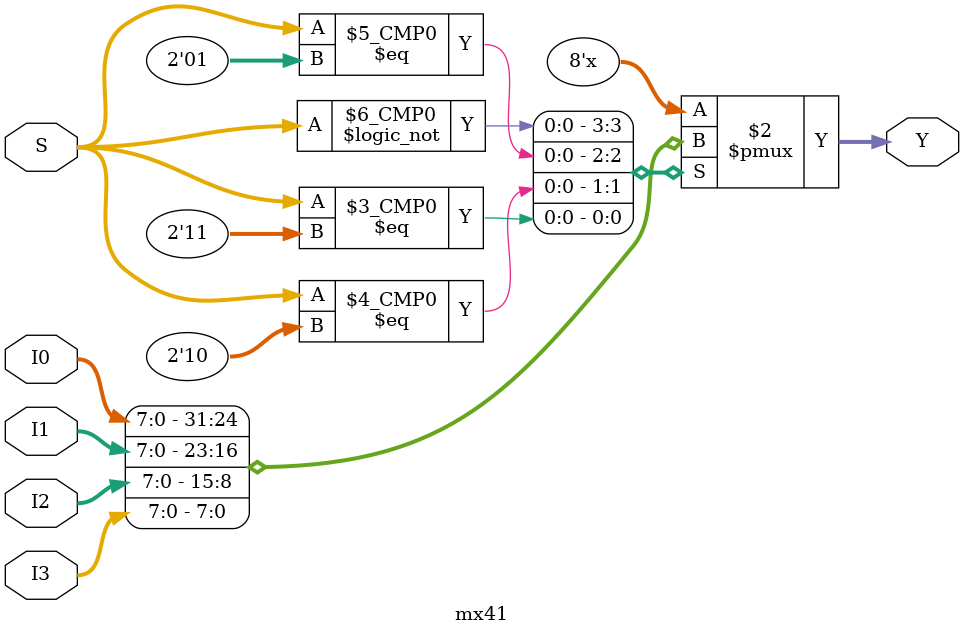
<source format=v>
module mx41
	(
		input [7:0] I0,
		input [7:0] I1,
		input [7:0] I2,
		input [7:0] I3,
		input [1:0] S,
		output reg [7:0] Y
	);
	
	always @(*) begin
		case (S)
			2'b00: begin Y = I0; end
			2'b01: begin Y = I1; end
			2'b10: begin Y = I2; end
			2'b11: begin Y = I3; end
		endcase
	end
	
endmodule
</source>
